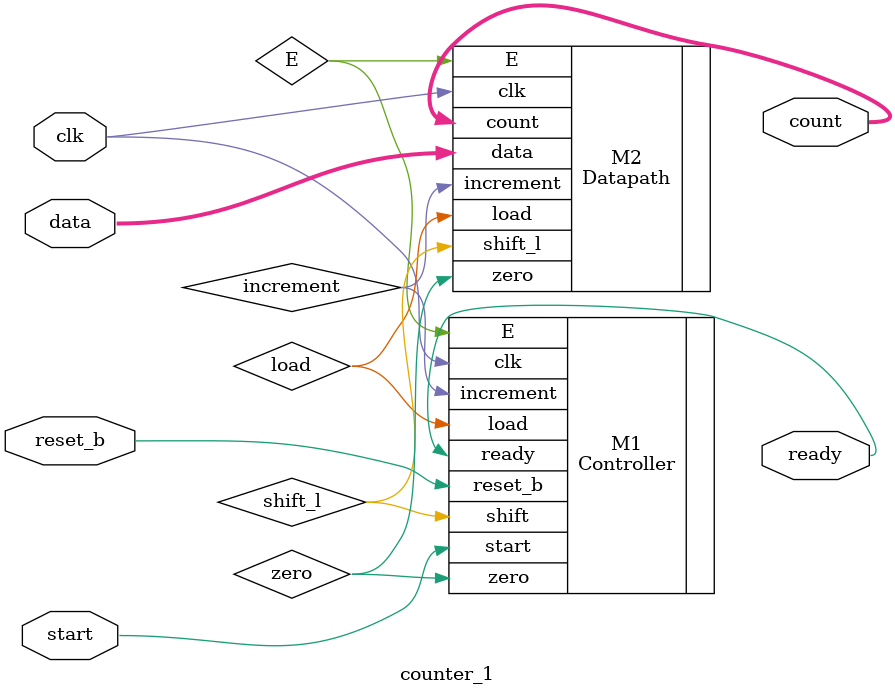
<source format=v>
`timescale 1ns / 1ps


module counter_1(
input clk,input start,input [7:0] data,input reset_b,output [3:0]count,output ready);

wire load,shift_l,increment,zero,E;
Controller M1(.ready(ready),.clk(clk),.start(start),.reset_b(reset_b),.load(load),.shift(shift_l),.increment(increment),.zero(zero),.E(E));
Datapath   M2(.data(data),.count(count),.clk(clk),.load(load),.shift_l(shift_l),.increment(increment),.zero(zero),.E(E));
endmodule

</source>
